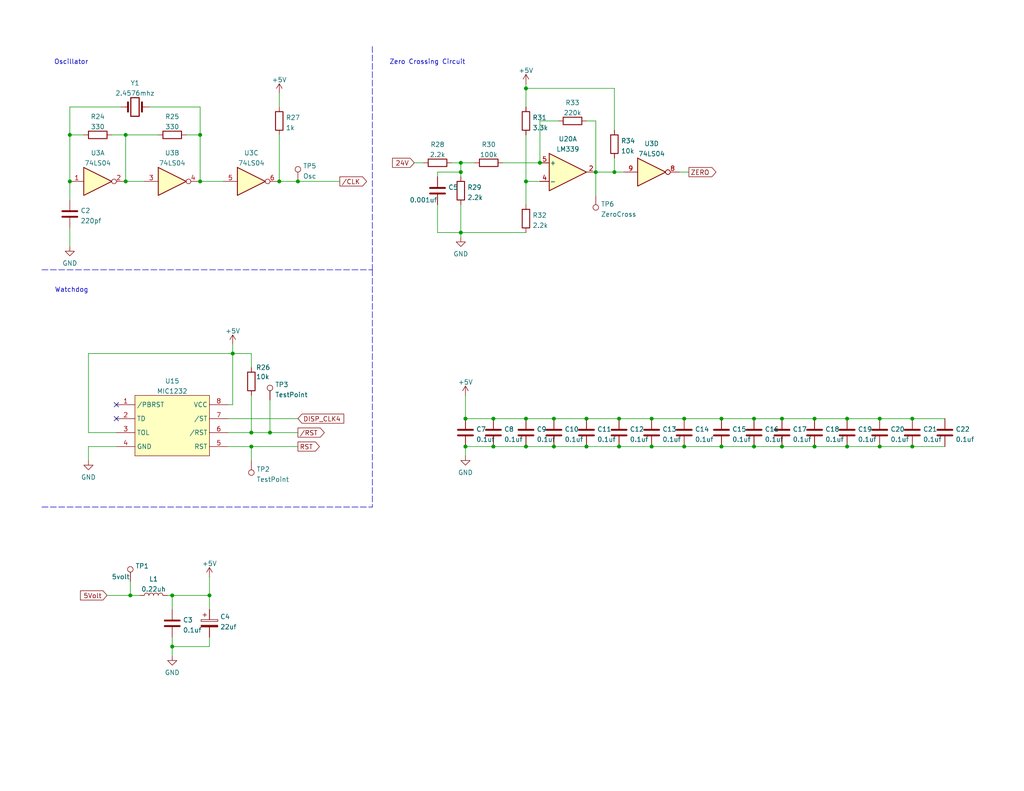
<source format=kicad_sch>
(kicad_sch (version 20211123) (generator eeschema)
  (paper "USLetter")
  (title_block (title "Oscillator, Watchdog, Zero Cross") (date "2022-08-27") (rev "1.5") (company "ePinball") (comment 1 "github.com/jfleitz/gp-mpu"))
  (lib_symbols
    (symbol "74xx:74LS04"
      (property "Reference" "U" (at 0 1.27 0))
      (property "Value" "74LS04" (at 0 -1.27 0))
      (symbol "74LS04_1_0"
        (polyline (pts (xy -3.81 3.81) (xy -3.81 -3.81) (xy 3.81 0) (xy -3.81 3.81)) (stroke (width 0.254)) (fill (type background)))
        (pin input line (at -7.62 0 0) (length 3.81) (name "~") (number "1"))
        (pin output inverted (at 7.62 0 180) (length 3.81) (name "~") (number "2"))
      )
      (symbol "74LS04_2_0"
        (polyline (pts (xy -3.81 3.81) (xy -3.81 -3.81) (xy 3.81 0) (xy -3.81 3.81)) (stroke (width 0.254)) (fill (type background)))
        (pin input line (at -7.62 0 0) (length 3.81) (name "~") (number "3"))
        (pin output inverted (at 7.62 0 180) (length 3.81) (name "~") (number "4"))
      )
      (symbol "74LS04_3_0"
        (polyline (pts (xy -3.81 3.81) (xy -3.81 -3.81) (xy 3.81 0) (xy -3.81 3.81)) (stroke (width 0.254)) (fill (type background)))
        (pin input line (at -7.62 0 0) (length 3.81) (name "~") (number "5"))
        (pin output inverted (at 7.62 0 180) (length 3.81) (name "~") (number "6"))
      )
      (symbol "74LS04_4_0"
        (polyline (pts (xy -3.81 3.81) (xy -3.81 -3.81) (xy 3.81 0) (xy -3.81 3.81)) (stroke (width 0.254)) (fill (type background)))
        (pin output inverted (at 7.62 0 180) (length 3.81) (name "~") (number "8"))
        (pin input line (at -7.62 0 0) (length 3.81) (name "~") (number "9"))
      )
      (symbol "74LS04_5_0"
        (polyline (pts (xy -3.81 3.81) (xy -3.81 -3.81) (xy 3.81 0) (xy -3.81 3.81)) (stroke (width 0.254)) (fill (type background)))
        (pin output inverted (at 7.62 0 180) (length 3.81) (name "~") (number "10"))
        (pin input line (at -7.62 0 0) (length 3.81) (name "~") (number "11"))
      )
      (symbol "74LS04_6_0"
        (polyline (pts (xy -3.81 3.81) (xy -3.81 -3.81) (xy 3.81 0) (xy -3.81 3.81)) (stroke (width 0.254)) (fill (type background)))
        (pin output inverted (at 7.62 0 180) (length 3.81) (name "~") (number "12"))
        (pin input line (at -7.62 0 0) (length 3.81) (name "~") (number "13"))
      )
      (symbol "74LS04_7_0"
        (pin power_in line (at 0 12.7 270) (length 5.08) (name "VCC") (number "14"))
        (pin power_in line (at 0 -12.7 90) (length 5.08) (name "GND") (number "7"))
      )
      (symbol "74LS04_7_1"
        (rectangle (start -5.08 7.62) (end 5.08 -7.62) (stroke (width 0.254)) (fill (type background)))
      )
    )
    (symbol "Comparator:LM339" (pin_names (offset 0.127))
      (property "Reference" "U" (at 0 5.08 0))
      (property "Value" "LM339" (at 0 -5.08 0))
      (symbol "LM339_1_1"
        (polyline (pts (xy -5.08 5.08) (xy 5.08 0) (xy -5.08 -5.08) (xy -5.08 5.08)) (stroke (width 0.254)) (fill (type background)))
        (pin open_collector line (at 7.62 0 180) (length 2.54) (name "~") (number "2"))
        (pin input line (at -7.62 -2.54 0) (length 2.54) (name "-") (number "4"))
        (pin input line (at -7.62 2.54 0) (length 2.54) (name "+") (number "5"))
      )
      (symbol "LM339_2_1"
        (polyline (pts (xy -5.08 5.08) (xy 5.08 0) (xy -5.08 -5.08) (xy -5.08 5.08)) (stroke (width 0.254)) (fill (type background)))
        (pin open_collector line (at 7.62 0 180) (length 2.54) (name "~") (number "1"))
        (pin input line (at -7.62 -2.54 0) (length 2.54) (name "-") (number "6"))
        (pin input line (at -7.62 2.54 0) (length 2.54) (name "+") (number "7"))
      )
      (symbol "LM339_3_1"
        (polyline (pts (xy -5.08 5.08) (xy 5.08 0) (xy -5.08 -5.08) (xy -5.08 5.08)) (stroke (width 0.254)) (fill (type background)))
        (pin input line (at -7.62 -2.54 0) (length 2.54) (name "-") (number "10"))
        (pin input line (at -7.62 2.54 0) (length 2.54) (name "+") (number "11"))
        (pin open_collector line (at 7.62 0 180) (length 2.54) (name "~") (number "13"))
      )
      (symbol "LM339_4_1"
        (polyline (pts (xy -5.08 5.08) (xy 5.08 0) (xy -5.08 -5.08) (xy -5.08 5.08)) (stroke (width 0.254)) (fill (type background)))
        (pin open_collector line (at 7.62 0 180) (length 2.54) (name "~") (number "14"))
        (pin input line (at -7.62 -2.54 0) (length 2.54) (name "-") (number "8"))
        (pin input line (at -7.62 2.54 0) (length 2.54) (name "+") (number "9"))
      )
      (symbol "LM339_5_1"
        (pin power_in line (at -2.54 -7.62 90) (length 3.81) (name "V-") (number "12"))
        (pin power_in line (at -2.54 7.62 270) (length 3.81) (name "V+") (number "3"))
      )
    )
    (symbol "Connector:TestPoint" (pin_numbers hide) (pin_names (offset 0.762) hide)
      (property "Reference" "TP" (at 0 6.858 0))
      (property "Value" "TestPoint" (at 0 5.08 0))
      (symbol "TestPoint_0_1"
        (circle (center 0 3.302) (radius 0.762))
      )
      (symbol "TestPoint_1_1"
        (pin passive line (at 0 0 90) (length 2.54) (name "1") (number "1"))
      )
    )
    (symbol "Device:C" (pin_numbers hide) (pin_names (offset 0.254))
      (property "Reference" "C" (at 0.635 2.54 0))
      (property "Value" "C" (at 0.635 -2.54 0))
      (symbol "C_0_1"
        (polyline (pts (xy -2.032 -0.762) (xy 2.032 -0.762)) (stroke (width 0.508)))
        (polyline (pts (xy -2.032 0.762) (xy 2.032 0.762)) (stroke (width 0.508)))
      )
      (symbol "C_1_1"
        (pin passive line (at 0 3.81 270) (length 2.794) (name "~") (number "1"))
        (pin passive line (at 0 -3.81 90) (length 2.794) (name "~") (number "2"))
      )
    )
    (symbol "Device:CP" (pin_numbers hide) (pin_names (offset 0.254))
      (property "Reference" "C" (at 0.635 2.54 0))
      (property "Value" "CP" (at 0.635 -2.54 0))
      (symbol "CP_0_1"
        (rectangle (start -2.286 0.508) (end 2.286 1.016))
        (polyline (pts (xy -1.778 2.286) (xy -0.762 2.286)))
        (polyline (pts (xy -1.27 2.794) (xy -1.27 1.778)))
        (rectangle (start 2.286 -0.508) (end -2.286 -1.016) (fill (type outline)))
      )
      (symbol "CP_1_1"
        (pin passive line (at 0 3.81 270) (length 2.794) (name "~") (number "1"))
        (pin passive line (at 0 -3.81 90) (length 2.794) (name "~") (number "2"))
      )
    )
    (symbol "Device:Crystal" (pin_numbers hide) (pin_names (offset 1.016) hide)
      (property "Reference" "Y" (at 0 3.81 0))
      (property "Value" "Crystal" (at 0 -3.81 0))
      (symbol "Crystal_0_1"
        (rectangle (start -1.143 2.54) (end 1.143 -2.54) (stroke (width 0.3048)))
        (polyline (pts (xy -2.54 0) (xy -1.905 0)))
        (polyline (pts (xy -1.905 -1.27) (xy -1.905 1.27)) (stroke (width 0.508)))
        (polyline (pts (xy 1.905 -1.27) (xy 1.905 1.27)) (stroke (width 0.508)))
        (polyline (pts (xy 2.54 0) (xy 1.905 0)))
      )
      (symbol "Crystal_1_1"
        (pin passive line (at -3.81 0 0) (length 1.27) (name "1") (number "1"))
        (pin passive line (at 3.81 0 180) (length 1.27) (name "2") (number "2"))
      )
    )
    (symbol "Device:L" (pin_numbers hide) (pin_names (offset 1.016) hide)
      (property "Reference" "L" (at -1.27 0 90))
      (property "Value" "L" (at 1.905 0 90))
      (symbol "L_0_1"
        (arc (start 0 -2.54) (mid 0.635 -1.905) (end 0 -1.27))
        (arc (start 0 -1.27) (mid 0.635 -0.635) (end 0 0))
        (arc (start 0 0) (mid 0.635 0.635) (end 0 1.27))
        (arc (start 0 1.27) (mid 0.635 1.905) (end 0 2.54))
      )
      (symbol "L_1_1"
        (pin passive line (at 0 3.81 270) (length 1.27) (name "1") (number "1"))
        (pin passive line (at 0 -3.81 90) (length 1.27) (name "2") (number "2"))
      )
    )
    (symbol "Device:R" (pin_numbers hide) (pin_names (offset 0))
      (property "Reference" "R" (at 2.032 0 90))
      (property "Value" "R" (at 0 0 90))
      (symbol "R_0_1"
        (rectangle (start -1.016 -2.54) (end 1.016 2.54) (stroke (width 0.254)))
      )
      (symbol "R_1_1"
        (pin passive line (at 0 3.81 270) (length 1.27) (name "~") (number "1"))
        (pin passive line (at 0 -3.81 90) (length 1.27) (name "~") (number "2"))
      )
    )
    (symbol "gp-parts:MIC1232"
      (property "Reference" "U" (at 7.62 3.81 0))
      (property "Value" "MIC1232" (at 11.43 1.27 0))
      (symbol "MIC1232_0_1"
        (rectangle (start 0 0) (end 20.32 -16.51) (stroke (width 0.1524)) (fill (type background)))
      )
      (symbol "MIC1232_1_1"
        (pin input line (at -5.08 -2.54 0) (length 5.08) (name "/PBRST") (number "1"))
        (pin input line (at -5.08 -6.35 0) (length 5.08) (name "TD") (number "2"))
        (pin input line (at -5.08 -10.16 0) (length 5.08) (name "TOL") (number "3"))
        (pin input line (at -5.08 -13.97 0) (length 5.08) (name "GND") (number "4"))
        (pin input line (at 25.4 -13.97 180) (length 5.08) (name "RST") (number "5"))
        (pin input line (at 25.4 -10.16 180) (length 5.08) (name "/RST") (number "6"))
        (pin input line (at 25.4 -6.35 180) (length 5.08) (name "/ST") (number "7"))
        (pin input line (at 25.4 -2.54 180) (length 5.08) (name "VCC") (number "8"))
      )
    )
    (symbol "power:+5V" (power) (pin_names (offset 0))
      (property "Value" "+5V" (at 0 3.556 0))
      (symbol "+5V_0_1"
        (polyline (pts (xy -0.762 1.27) (xy 0 2.54)))
        (polyline (pts (xy 0 0) (xy 0 2.54)))
        (polyline (pts (xy 0 2.54) (xy 0.762 1.27)))
      )
      (symbol "+5V_1_1"
        (pin power_in line (at 0 0 90) (length 0) hide (name "+5V") (number "1"))
      )
    )
    (symbol "power:GND" (power) (pin_names (offset 0))
      (property "Value" "GND" (at 0 -3.81 0))
      (symbol "GND_0_1"
        (polyline (pts (xy 0 0) (xy 0 -1.27) (xy 1.27 -1.27) (xy 0 -2.54) (xy -1.27 -1.27) (xy 0 -1.27)))
      )
      (symbol "GND_1_1"
        (pin power_in line (at 0 0 270) (length 0) hide (name "GND") (number "1"))
      )
    )
  )
  (junction (at 213.36 121.92))
  (junction (at 19.05 36.83))
  (junction (at 19.05 49.53))
  (junction (at 68.58 118.11))
  (junction (at 231.14 114.3))
  (junction (at 186.69 121.92))
  (junction (at 196.85 114.3))
  (junction (at 125.73 63.5))
  (junction (at 196.85 121.92))
  (junction (at 63.5 96.52))
  (junction (at 143.51 121.92))
  (junction (at 177.8 121.92))
  (junction (at 186.69 114.3))
  (junction (at 35.56 162.56))
  (junction (at 134.62 121.92))
  (junction (at 222.25 114.3))
  (junction (at 57.15 162.56))
  (junction (at 248.92 114.3))
  (junction (at 125.73 44.45))
  (junction (at 46.99 176.53))
  (junction (at 76.2 49.53))
  (junction (at 168.91 121.92))
  (junction (at 160.02 121.92))
  (junction (at 73.66 118.11))
  (junction (at 177.8 114.3))
  (junction (at 81.28 49.53))
  (junction (at 54.61 36.83))
  (junction (at 160.02 114.3))
  (junction (at 54.61 49.53))
  (junction (at 168.91 114.3))
  (junction (at 34.29 36.83))
  (junction (at 213.36 114.3))
  (junction (at 46.99 162.56))
  (junction (at 34.29 49.53))
  (junction (at 151.13 114.3))
  (junction (at 205.74 114.3))
  (junction (at 127 114.3))
  (junction (at 248.92 121.92))
  (junction (at 143.51 49.53))
  (junction (at 167.64 46.99))
  (junction (at 240.03 114.3))
  (junction (at 143.51 24.13))
  (junction (at 222.25 121.92))
  (junction (at 127 121.92))
  (junction (at 68.58 121.92))
  (junction (at 205.74 121.92))
  (junction (at 162.56 46.99))
  (junction (at 143.51 114.3))
  (junction (at 134.62 114.3))
  (junction (at 151.13 121.92))
  (junction (at 147.32 44.45))
  (junction (at 125.73 46.99))
  (junction (at 231.14 121.92))
  (junction (at 240.03 121.92))
  (no_connect (at 31.75 110.49))
  (no_connect (at 31.75 114.3))
  (wire (pts (xy 177.8 114.3) (xy 186.69 114.3)))
  (wire (pts (xy 68.58 96.52) (xy 68.58 100.33)))
  (wire (pts (xy 134.62 121.92) (xy 143.51 121.92)))
  (wire (pts (xy 24.13 121.92) (xy 24.13 125.73)))
  (wire (pts (xy 68.58 121.92) (xy 68.58 125.73)))
  (wire (pts (xy 167.64 43.18) (xy 167.64 46.99)))
  (wire (pts (xy 127 121.92) (xy 134.62 121.92)))
  (wire (pts (xy 143.51 36.83) (xy 143.51 49.53)))
  (wire (pts (xy 143.51 24.13) (xy 143.51 29.21)))
  (wire (pts (xy 151.13 121.92) (xy 160.02 121.92)))
  (wire (pts (xy 127 107.95) (xy 127 114.3)))
  (wire (pts (xy 186.69 114.3) (xy 196.85 114.3)))
  (wire (pts (xy 196.85 121.92) (xy 205.74 121.92)))
  (wire (pts (xy 19.05 29.21) (xy 33.02 29.21)))
  (wire (pts (xy 46.99 173.99) (xy 46.99 176.53)))
  (wire (pts (xy 231.14 114.3) (xy 240.03 114.3)))
  (wire (pts (xy 143.51 114.3) (xy 151.13 114.3)))
  (polyline (pts (xy 11.43 138.43) (xy 101.6 138.43)))
  (wire (pts (xy 45.72 162.56) (xy 46.99 162.56)))
  (wire (pts (xy 168.91 121.92) (xy 177.8 121.92)))
  (wire (pts (xy 46.99 162.56) (xy 46.99 166.37)))
  (polyline (pts (xy 101.6 73.66) (xy 101.6 138.43)))
  (wire (pts (xy 186.69 121.92) (xy 196.85 121.92)))
  (wire (pts (xy 119.38 46.99) (xy 125.73 46.99)))
  (wire (pts (xy 63.5 96.52) (xy 68.58 96.52)))
  (wire (pts (xy 54.61 36.83) (xy 54.61 29.21)))
  (wire (pts (xy 240.03 114.3) (xy 248.92 114.3)))
  (wire (pts (xy 162.56 33.02) (xy 162.56 46.99)))
  (wire (pts (xy 34.29 36.83) (xy 43.18 36.83)))
  (wire (pts (xy 63.5 93.98) (xy 63.5 96.52)))
  (wire (pts (xy 119.38 48.26) (xy 119.38 46.99)))
  (wire (pts (xy 143.51 121.92) (xy 151.13 121.92)))
  (wire (pts (xy 222.25 114.3) (xy 231.14 114.3)))
  (wire (pts (xy 127 121.92) (xy 127 124.46)))
  (wire (pts (xy 196.85 114.3) (xy 205.74 114.3)))
  (wire (pts (xy 213.36 114.3) (xy 222.25 114.3)))
  (wire (pts (xy 177.8 121.92) (xy 186.69 121.92)))
  (wire (pts (xy 143.51 22.86) (xy 143.51 24.13)))
  (wire (pts (xy 76.2 25.4) (xy 76.2 29.21)))
  (wire (pts (xy 119.38 63.5) (xy 119.38 55.88)))
  (wire (pts (xy 222.25 121.92) (xy 231.14 121.92)))
  (wire (pts (xy 73.66 109.22) (xy 73.66 118.11)))
  (wire (pts (xy 24.13 96.52) (xy 63.5 96.52)))
  (wire (pts (xy 81.28 49.53) (xy 92.71 49.53)))
  (wire (pts (xy 19.05 49.53) (xy 19.05 36.83)))
  (wire (pts (xy 160.02 121.92) (xy 168.91 121.92)))
  (wire (pts (xy 167.64 46.99) (xy 170.18 46.99)))
  (polyline (pts (xy 101.6 12.7) (xy 101.6 73.66)))
  (wire (pts (xy 231.14 121.92) (xy 240.03 121.92)))
  (wire (pts (xy 31.75 121.92) (xy 24.13 121.92)))
  (wire (pts (xy 248.92 121.92) (xy 257.81 121.92)))
  (wire (pts (xy 35.56 162.56) (xy 38.1 162.56)))
  (wire (pts (xy 168.91 114.3) (xy 177.8 114.3)))
  (wire (pts (xy 147.32 44.45) (xy 147.32 33.02)))
  (wire (pts (xy 62.23 110.49) (xy 63.5 110.49)))
  (wire (pts (xy 240.03 121.92) (xy 248.92 121.92)))
  (wire (pts (xy 134.62 114.3) (xy 143.51 114.3)))
  (wire (pts (xy 19.05 62.23) (xy 19.05 67.31)))
  (wire (pts (xy 31.75 118.11) (xy 24.13 118.11)))
  (wire (pts (xy 125.73 46.99) (xy 125.73 48.26)))
  (wire (pts (xy 160.02 114.3) (xy 168.91 114.3)))
  (wire (pts (xy 62.23 114.3) (xy 81.28 114.3)))
  (wire (pts (xy 123.19 44.45) (xy 125.73 44.45)))
  (wire (pts (xy 125.73 44.45) (xy 129.54 44.45)))
  (wire (pts (xy 46.99 176.53) (xy 46.99 179.07)))
  (wire (pts (xy 127 114.3) (xy 134.62 114.3)))
  (wire (pts (xy 125.73 63.5) (xy 119.38 63.5)))
  (wire (pts (xy 143.51 24.13) (xy 167.64 24.13)))
  (wire (pts (xy 34.29 49.53) (xy 39.37 49.53)))
  (wire (pts (xy 68.58 118.11) (xy 73.66 118.11)))
  (wire (pts (xy 57.15 157.48) (xy 57.15 162.56)))
  (wire (pts (xy 73.66 118.11) (xy 81.28 118.11)))
  (wire (pts (xy 143.51 49.53) (xy 143.51 55.88)))
  (wire (pts (xy 143.51 63.5) (xy 125.73 63.5)))
  (wire (pts (xy 50.8 36.83) (xy 54.61 36.83)))
  (wire (pts (xy 143.51 49.53) (xy 147.32 49.53)))
  (wire (pts (xy 57.15 176.53) (xy 57.15 173.99)))
  (wire (pts (xy 162.56 46.99) (xy 167.64 46.99)))
  (wire (pts (xy 54.61 36.83) (xy 54.61 49.53)))
  (wire (pts (xy 160.02 33.02) (xy 162.56 33.02)))
  (wire (pts (xy 151.13 114.3) (xy 160.02 114.3)))
  (wire (pts (xy 19.05 49.53) (xy 19.05 54.61)))
  (wire (pts (xy 57.15 162.56) (xy 57.15 166.37)))
  (wire (pts (xy 19.05 36.83) (xy 22.86 36.83)))
  (wire (pts (xy 19.05 36.83) (xy 19.05 29.21)))
  (wire (pts (xy 147.32 33.02) (xy 152.4 33.02)))
  (wire (pts (xy 167.64 24.13) (xy 167.64 35.56)))
  (wire (pts (xy 213.36 121.92) (xy 222.25 121.92)))
  (wire (pts (xy 62.23 121.92) (xy 68.58 121.92)))
  (wire (pts (xy 46.99 162.56) (xy 57.15 162.56)))
  (wire (pts (xy 137.16 44.45) (xy 147.32 44.45)))
  (wire (pts (xy 30.48 36.83) (xy 34.29 36.83)))
  (wire (pts (xy 162.56 46.99) (xy 162.56 53.34)))
  (wire (pts (xy 205.74 121.92) (xy 213.36 121.92)))
  (wire (pts (xy 68.58 107.95) (xy 68.58 118.11)))
  (wire (pts (xy 76.2 49.53) (xy 81.28 49.53)))
  (wire (pts (xy 34.29 36.83) (xy 34.29 49.53)))
  (wire (pts (xy 54.61 49.53) (xy 60.96 49.53)))
  (wire (pts (xy 35.56 158.75) (xy 35.56 162.56)))
  (wire (pts (xy 24.13 118.11) (xy 24.13 96.52)))
  (polyline (pts (xy 11.43 73.66) (xy 101.6 73.66)))
  (wire (pts (xy 29.21 162.56) (xy 35.56 162.56)))
  (wire (pts (xy 248.92 114.3) (xy 257.81 114.3)))
  (wire (pts (xy 125.73 44.45) (xy 125.73 46.99)))
  (wire (pts (xy 63.5 96.52) (xy 63.5 110.49)))
  (wire (pts (xy 125.73 63.5) (xy 125.73 55.88)))
  (wire (pts (xy 62.23 118.11) (xy 68.58 118.11)))
  (wire (pts (xy 76.2 36.83) (xy 76.2 49.53)))
  (wire (pts (xy 125.73 63.5) (xy 125.73 64.77)))
  (wire (pts (xy 205.74 114.3) (xy 213.36 114.3)))
  (wire (pts (xy 46.99 176.53) (xy 57.15 176.53)))
  (wire (pts (xy 54.61 29.21) (xy 40.64 29.21)))
  (wire (pts (xy 185.42 46.99) (xy 187.96 46.99)))
  (wire (pts (xy 68.58 121.92) (xy 81.28 121.92)))
  (wire (pts (xy 113.03 44.45) (xy 115.57 44.45)))
  (text "Oscillator" (at 24.13 17.78 180) (effects (font (size 1.27 1.27)) (justify right bottom)))
  (text "Watchdog" (at 24.13 80.01 180) (effects (font (size 1.27 1.27)) (justify right bottom)))
  (text "Zero Crossing Circuit" (at 127 17.78 180) (effects (font (size 1.27 1.27)) (justify right bottom)))
  (global_label "{slash}RST" (shape output) (at 81.28 118.11 0) (property "Intersheet References" "${INTERSHEET_REFS}" (effects hide)))
  (global_label "{slash}CLK" (shape output) (at 92.71 49.53 0) (property "Intersheet References" "${INTERSHEET_REFS}" (effects hide)))
  (global_label "RST" (shape output) (at 81.28 121.92 0) (property "Intersheet References" "${INTERSHEET_REFS}" (effects hide)))
  (global_label "DISP_CLK4" (shape input) (at 81.28 114.3 0) (property "Intersheet References" "${INTERSHEET_REFS}" (effects hide)))
  (global_label "5Volt" (shape input) (at 29.21 162.56 180) (property "Intersheet References" "${INTERSHEET_REFS}" (effects hide)))
  (global_label "ZERO" (shape output) (at 187.96 46.99 0) (property "Intersheet References" "${INTERSHEET_REFS}" (effects hide)))
  (global_label "24V" (shape input) (at 113.03 44.45 180) (property "Intersheet References" "${INTERSHEET_REFS}" (effects hide)))
  (symbol (lib_id "Device:R") (at 76.2 33.02 0) (unit 1)
    (property "Reference" "R27" (at 77.978 32.1115 0) (effects (justify left)))
    (property "Value" "1k" (at 77.978 34.8866 0) (effects (justify left)))
    (property "Footprint" "Resistor_THT:R_Axial_DIN0207_L6.3mm_D2.5mm_P10.16mm_Horizontal" (effects hide))
  )
  (symbol (lib_id "Device:R") (at 119.38 44.45 270) (unit 1)
    (property "Reference" "R28" (at 119.38 39.4675 90))
    (property "Value" "2.2k" (at 119.38 42.2426 90))
    (property "Footprint" "Resistor_THT:R_Axial_DIN0207_L6.3mm_D2.5mm_P10.16mm_Horizontal" (effects hide))
  )
  (symbol (lib_id "Device:C") (at 19.05 58.42 0) (unit 1)
    (property "Reference" "C2" (at 21.971 57.5115 0) (effects (justify left)))
    (property "Value" "220pf" (at 21.971 60.2866 0) (effects (justify left)))
    (property "Footprint" "Capacitor_THT:C_Disc_D5.0mm_W2.5mm_P2.50mm" (effects hide))
  )
  (symbol (lib_id "Device:C") (at 177.8 118.11 0) (unit 1)
    (property "Reference" "C13" (at 180.721 117.2015 0) (effects (justify left)))
    (property "Value" "0.1uf" (at 180.721 119.9766 0) (effects (justify left)))
    (property "Footprint" "Capacitor_THT:C_Disc_D5.0mm_W2.5mm_P5.00mm" (effects hide))
  )
  (symbol (lib_id "Connector:TestPoint") (at 35.56 158.75 0) (unit 1)
    (property "Reference" "TP1" (at 36.957 154.5395 0) (effects (justify left)))
    (property "Value" "5volt" (at 30.48 157.48 0) (effects (justify left)))
    (property "Footprint" "TestPoint:TestPoint_Pad_D3.0mm" (effects hide))
  )
  (symbol (lib_id "Device:R") (at 143.51 33.02 0) (unit 1)
    (property "Reference" "R31" (at 145.288 32.1115 0) (effects (justify left)))
    (property "Value" "3.3k" (at 145.288 34.8866 0) (effects (justify left)))
    (property "Footprint" "Resistor_THT:R_Axial_DIN0207_L6.3mm_D2.5mm_P10.16mm_Horizontal" (effects hide))
  )
  (symbol (lib_id "Device:C") (at 186.69 118.11 0) (unit 1)
    (property "Reference" "C14" (at 189.611 117.2015 0) (effects (justify left)))
    (property "Value" "0.1uf" (at 189.611 119.9766 0) (effects (justify left)))
    (property "Footprint" "Capacitor_THT:C_Disc_D5.0mm_W2.5mm_P5.00mm" (effects hide))
  )
  (symbol (lib_id "Device:CP") (at 57.15 170.18 0) (unit 1)
    (property "Reference" "C4" (at 60.071 168.3825 0) (effects (justify left)))
    (property "Value" "22uf" (at 60.071 171.1576 0) (effects (justify left)))
    (property "Footprint" "Capacitor_THT:CP_Radial_D5.0mm_P2.50mm" (effects hide))
  )
  (symbol (lib_id "Device:R") (at 143.51 59.69 180) (unit 1)
    (property "Reference" "R32" (at 145.288 58.7815 0) (effects (justify right)))
    (property "Value" "2.2k" (at 145.288 61.5566 0) (effects (justify right)))
    (property "Footprint" "Resistor_THT:R_Axial_DIN0207_L6.3mm_D2.5mm_P10.16mm_Horizontal" (effects hide))
  )
  (symbol (lib_id "Connector:TestPoint") (at 162.56 53.34 180) (unit 1)
    (property "Reference" "TP6" (at 163.957 55.7335 0) (effects (justify right)))
    (property "Value" "ZeroCross" (at 163.957 58.5086 0) (effects (justify right)))
    (property "Footprint" "TestPoint:TestPoint_Pad_D3.0mm" (effects hide))
  )
  (symbol (lib_id "Device:R") (at 26.67 36.83 90) (unit 1)
    (property "Reference" "R24" (at 26.67 31.8475 90))
    (property "Value" "330" (at 26.67 34.6226 90))
    (property "Footprint" "Resistor_THT:R_Axial_DIN0207_L6.3mm_D2.5mm_P10.16mm_Horizontal" (effects hide))
  )
  (symbol (lib_id "Device:C") (at 248.92 118.11 0) (unit 1)
    (property "Reference" "C21" (at 251.841 117.2015 0) (effects (justify left)))
    (property "Value" "0.1uf" (at 251.841 119.9766 0) (effects (justify left)))
    (property "Footprint" "Capacitor_THT:C_Disc_D5.0mm_W2.5mm_P5.00mm" (effects hide))
  )
  (symbol (lib_id "Device:Crystal") (at 36.83 29.21 0) (unit 1)
    (property "Reference" "Y1" (at 36.83 22.6781 0))
    (property "Value" "2.4576mhz" (at 36.83 25.4532 0))
    (property "Footprint" "Crystal:Crystal_HC18-U_Horizontal" (effects hide))
  )
  (symbol (lib_id "Device:C") (at 134.62 118.11 0) (unit 1)
    (property "Reference" "C8" (at 137.541 117.2015 0) (effects (justify left)))
    (property "Value" "0.1uf" (at 137.541 119.9766 0) (effects (justify left)))
    (property "Footprint" "Capacitor_THT:C_Disc_D5.0mm_W2.5mm_P5.00mm" (effects hide))
  )
  (symbol (lib_id "power:+5V") (at 127 107.95 0) (unit 1)
    (property "Reference" "#PWR057" (effects hide))
    (property "Value" "+5V" (at 127 104.3455 0))
  )
  (symbol (lib_id "Device:C") (at 231.14 118.11 0) (unit 1)
    (property "Reference" "C19" (at 234.061 117.2015 0) (effects (justify left)))
    (property "Value" "0.1uf" (at 234.061 119.9766 0) (effects (justify left)))
    (property "Footprint" "Capacitor_THT:C_Disc_D5.0mm_W2.5mm_P5.00mm" (effects hide))
  )
  (symbol (lib_id "power:+5V") (at 57.15 157.48 0) (unit 1)
    (property "Reference" "#PWR032" (effects hide))
    (property "Value" "+5V" (at 57.15 153.8755 0))
  )
  (symbol (lib_id "power:+5V") (at 76.2 25.4 0) (unit 1)
    (property "Reference" "#PWR034" (effects hide))
    (property "Value" "+5V" (at 76.2 21.7955 0))
  )
  (symbol (lib_id "Device:R") (at 167.64 39.37 0) (unit 1)
    (property "Reference" "R34" (at 169.418 38.4615 0) (effects (justify left)))
    (property "Value" "10k" (at 169.418 41.2366 0) (effects (justify left)))
    (property "Footprint" "Resistor_THT:R_Axial_DIN0207_L6.3mm_D2.5mm_P10.16mm_Horizontal" (effects hide))
  )
  (symbol (lib_id "Device:C") (at 205.74 118.11 0) (unit 1)
    (property "Reference" "C16" (at 208.661 117.2015 0) (effects (justify left)))
    (property "Value" "0.1uf" (at 208.661 119.9766 0) (effects (justify left)))
    (property "Footprint" "Capacitor_THT:C_Disc_D5.0mm_W2.5mm_P5.00mm" (effects hide))
  )
  (symbol (lib_id "Device:R") (at 125.73 52.07 0) (unit 1)
    (property "Reference" "R29" (at 127.508 51.1615 0) (effects (justify left)))
    (property "Value" "2.2k" (at 127.508 53.9366 0) (effects (justify left)))
    (property "Footprint" "Resistor_THT:R_Axial_DIN0207_L6.3mm_D2.5mm_P10.16mm_Horizontal" (effects hide))
  )
  (symbol (lib_id "power:+5V") (at 143.51 22.86 0) (unit 1)
    (property "Reference" "#PWR036" (effects hide))
    (property "Value" "+5V" (at 143.51 19.2555 0))
  )
  (symbol (lib_id "Device:C") (at 160.02 118.11 0) (unit 1)
    (property "Reference" "C11" (at 162.941 117.2015 0) (effects (justify left)))
    (property "Value" "0.1uf" (at 162.941 119.9766 0) (effects (justify left)))
    (property "Footprint" "Capacitor_THT:C_Disc_D5.0mm_W2.5mm_P5.00mm" (effects hide))
  )
  (symbol (lib_id "Comparator:LM339") (at 154.94 46.99 0) (unit 1)
    (property "Reference" "U20" (at 154.94 37.9435 0))
    (property "Value" "LM339" (at 154.94 40.7186 0))
    (property "Footprint" "Package_DIP:DIP-14_W7.62mm_LongPads" (effects hide))
    (property "Datasheet" "https://www.st.com/resource/en/datasheet/lm139.pdf" (effects hide))
  )
  (symbol (lib_id "Device:C") (at 213.36 118.11 0) (unit 1)
    (property "Reference" "C17" (at 216.281 117.2015 0) (effects (justify left)))
    (property "Value" "0.1uf" (at 216.281 119.9766 0) (effects (justify left)))
    (property "Footprint" "Capacitor_THT:C_Disc_D5.0mm_W2.5mm_P5.00mm" (effects hide))
  )
  (symbol (lib_id "74xx:74LS04") (at 68.58 49.53 0) (unit 3)
    (property "Reference" "U3" (at 68.58 41.7535 0))
    (property "Value" "74LS04" (at 68.58 44.5286 0))
    (property "Footprint" "Package_DIP:DIP-14_W7.62mm_LongPads" (effects hide))
    (property "Datasheet" "http://www.ti.com/lit/gpn/sn74LS04" (effects hide))
  )
  (symbol (lib_id "Device:C") (at 151.13 118.11 0) (unit 1)
    (property "Reference" "C10" (at 154.051 117.2015 0) (effects (justify left)))
    (property "Value" "0.1uf" (at 154.051 119.9766 0) (effects (justify left)))
    (property "Footprint" "Capacitor_THT:C_Disc_D5.0mm_W2.5mm_P5.00mm" (effects hide))
  )
  (symbol (lib_id "Device:C") (at 257.81 118.11 0) (unit 1)
    (property "Reference" "C22" (at 260.731 117.2015 0) (effects (justify left)))
    (property "Value" "0.1uf" (at 260.731 119.9766 0) (effects (justify left)))
    (property "Footprint" "Capacitor_THT:C_Disc_D5.0mm_W2.5mm_P5.00mm" (effects hide))
  )
  (symbol (lib_id "Device:C") (at 143.51 118.11 0) (unit 1)
    (property "Reference" "C9" (at 146.431 117.2015 0) (effects (justify left)))
    (property "Value" "0.1uf" (at 146.431 119.9766 0) (effects (justify left)))
    (property "Footprint" "Capacitor_THT:C_Disc_D5.0mm_W2.5mm_P5.00mm" (effects hide))
  )
  (symbol (lib_id "power:GND") (at 24.13 125.73 0) (unit 1)
    (property "Reference" "#PWR030" (effects hide))
    (property "Value" "GND" (at 24.13 130.2925 0))
  )
  (symbol (lib_id "power:GND") (at 127 124.46 0) (unit 1)
    (property "Reference" "#PWR058" (effects hide))
    (property "Value" "GND" (at 127 129.0225 0))
  )
  (symbol (lib_id "Device:L") (at 41.91 162.56 90) (unit 1)
    (property "Reference" "L1" (at 41.91 158.0855 90))
    (property "Value" "0.22uh" (at 41.91 160.8606 90))
    (property "Footprint" "Inductor_THT:L_Axial_L5.3mm_D2.2mm_P10.16mm_Horizontal_Vishay_IM-1" (effects hide))
  )
  (symbol (lib_id "Device:C") (at 240.03 118.11 0) (unit 1)
    (property "Reference" "C20" (at 242.951 117.2015 0) (effects (justify left)))
    (property "Value" "0.1uf" (at 242.951 119.9766 0) (effects (justify left)))
    (property "Footprint" "Capacitor_THT:C_Disc_D5.0mm_W2.5mm_P5.00mm" (effects hide))
  )
  (symbol (lib_id "74xx:74LS04") (at 26.67 49.53 0) (unit 1)
    (property "Reference" "U3" (at 26.67 41.7535 0))
    (property "Value" "74LS04" (at 26.67 44.5286 0))
    (property "Footprint" "Package_DIP:DIP-14_W7.62mm_LongPads" (effects hide))
    (property "Datasheet" "http://www.ti.com/lit/gpn/sn74LS04" (effects hide))
  )
  (symbol (lib_id "power:GND") (at 125.73 64.77 0) (unit 1)
    (property "Reference" "#PWR035" (effects hide))
    (property "Value" "GND" (at 125.73 69.3325 0))
  )
  (symbol (lib_id "Connector:TestPoint") (at 68.58 125.73 180) (unit 1)
    (property "Reference" "TP2" (at 69.977 128.1235 0) (effects (justify right)))
    (property "Value" "TestPoint" (at 69.977 130.8986 0) (effects (justify right)))
    (property "Footprint" "TestPoint:TestPoint_Pad_D3.0mm" (effects hide))
  )
  (symbol (lib_id "74xx:74LS04") (at 177.8 46.99 0) (unit 4)
    (property "Reference" "U3" (at 177.8 39.2135 0))
    (property "Value" "74LS04" (at 177.8 41.9886 0))
    (property "Footprint" "Package_DIP:DIP-14_W7.62mm_LongPads" (effects hide))
    (property "Datasheet" "http://www.ti.com/lit/gpn/sn74LS04" (effects hide))
  )
  (symbol (lib_id "Device:C") (at 119.38 52.07 0) (unit 1)
    (property "Reference" "C5" (at 122.301 51.1615 0) (effects (justify left)))
    (property "Value" "0.001uf" (at 111.76 54.61 0) (effects (justify left)))
    (property "Footprint" "Capacitor_THT:C_Disc_D5.0mm_W2.5mm_P5.00mm" (effects hide))
  )
  (symbol (lib_id "Device:C") (at 46.99 170.18 0) (unit 1)
    (property "Reference" "C3" (at 49.911 169.2715 0) (effects (justify left)))
    (property "Value" "0.1uf" (at 49.911 172.0466 0) (effects (justify left)))
    (property "Footprint" "Capacitor_THT:C_Disc_D5.0mm_W2.5mm_P5.00mm" (effects hide))
  )
  (symbol (lib_id "Device:R") (at 133.35 44.45 90) (unit 1)
    (property "Reference" "R30" (at 133.35 39.4675 90))
    (property "Value" "100k" (at 133.35 42.2426 90))
    (property "Footprint" "Resistor_THT:R_Axial_DIN0207_L6.3mm_D2.5mm_P10.16mm_Horizontal" (effects hide))
  )
  (symbol (lib_id "Device:R") (at 68.58 104.14 0) (unit 1)
    (property "Reference" "R26" (at 69.85 100.33 0) (effects (justify left)))
    (property "Value" "10k" (at 69.85 102.87 0) (effects (justify left)))
    (property "Footprint" "Resistor_THT:R_Axial_DIN0207_L6.3mm_D2.5mm_P10.16mm_Horizontal" (effects hide))
  )
  (symbol (lib_id "Device:C") (at 222.25 118.11 0) (unit 1)
    (property "Reference" "C18" (at 225.171 117.2015 0) (effects (justify left)))
    (property "Value" "0.1uf" (at 225.171 119.9766 0) (effects (justify left)))
    (property "Footprint" "Capacitor_THT:C_Disc_D5.0mm_W2.5mm_P5.00mm" (effects hide))
  )
  (symbol (lib_id "Device:C") (at 168.91 118.11 0) (unit 1)
    (property "Reference" "C12" (at 171.831 117.2015 0) (effects (justify left)))
    (property "Value" "0.1uf" (at 171.831 119.9766 0) (effects (justify left)))
    (property "Footprint" "Capacitor_THT:C_Disc_D5.0mm_W2.5mm_P5.00mm" (effects hide))
  )
  (symbol (lib_id "Connector:TestPoint") (at 73.66 109.22 0) (unit 1)
    (property "Reference" "TP3" (at 75.057 105.0095 0) (effects (justify left)))
    (property "Value" "TestPoint" (at 75.057 107.7846 0) (effects (justify left)))
    (property "Footprint" "TestPoint:TestPoint_Pad_D3.0mm" (effects hide))
  )
  (symbol (lib_id "power:+5V") (at 63.5 93.98 0) (unit 1)
    (property "Reference" "#PWR033" (effects hide))
    (property "Value" "+5V" (at 63.5 90.3755 0))
  )
  (symbol (lib_id "gp-parts:MIC1232") (at 36.83 107.95 0) (unit 1)
    (property "Reference" "U15" (at 46.99 104.0343 0))
    (property "Value" "MIC1232" (at 46.99 106.8094 0))
    (property "Footprint" "Package_DIP:DIP-8_W7.62mm_LongPads" (effects hide))
  )
  (symbol (lib_id "74xx:74LS04") (at 46.99 49.53 0) (unit 2)
    (property "Reference" "U3" (at 46.99 41.7535 0))
    (property "Value" "74LS04" (at 46.99 44.5286 0))
    (property "Footprint" "Package_DIP:DIP-14_W7.62mm_LongPads" (effects hide))
    (property "Datasheet" "http://www.ti.com/lit/gpn/sn74LS04" (effects hide))
  )
  (symbol (lib_id "Device:C") (at 196.85 118.11 0) (unit 1)
    (property "Reference" "C15" (at 199.771 117.2015 0) (effects (justify left)))
    (property "Value" "0.1uf" (at 199.771 119.9766 0) (effects (justify left)))
    (property "Footprint" "Capacitor_THT:C_Disc_D5.0mm_W2.5mm_P5.00mm" (effects hide))
  )
  (symbol (lib_id "power:GND") (at 19.05 67.31 0) (unit 1)
    (property "Reference" "#PWR029" (effects hide))
    (property "Value" "GND" (at 19.05 71.8725 0))
  )
  (symbol (lib_id "power:GND") (at 46.99 179.07 0) (unit 1)
    (property "Reference" "#PWR031" (effects hide))
    (property "Value" "GND" (at 46.99 183.6325 0))
  )
  (symbol (lib_id "Device:R") (at 46.99 36.83 90) (unit 1)
    (property "Reference" "R25" (at 46.99 31.8475 90))
    (property "Value" "330" (at 46.99 34.6226 90))
    (property "Footprint" "Resistor_THT:R_Axial_DIN0207_L6.3mm_D2.5mm_P10.16mm_Horizontal" (effects hide))
  )
  (symbol (lib_id "Connector:TestPoint") (at 81.28 49.53 0) (unit 1)
    (property "Reference" "TP5" (at 82.677 45.3195 0) (effects (justify left)))
    (property "Value" "Osc" (at 82.677 48.0946 0) (effects (justify left)))
    (property "Footprint" "TestPoint:TestPoint_Pad_D3.0mm" (effects hide))
  )
  (symbol (lib_id "Device:R") (at 156.21 33.02 90) (unit 1)
    (property "Reference" "R33" (at 156.21 28.0375 90))
    (property "Value" "220k" (at 156.21 30.8126 90))
    (property "Footprint" "Resistor_THT:R_Axial_DIN0207_L6.3mm_D2.5mm_P10.16mm_Horizontal" (effects hide))
  )
  (symbol (lib_id "Device:C") (at 127 118.11 0) (unit 1)
    (property "Reference" "C7" (at 129.921 117.2015 0) (effects (justify left)))
    (property "Value" "0.1uf" (at 129.921 119.9766 0) (effects (justify left)))
    (property "Footprint" "Capacitor_THT:C_Disc_D5.0mm_W2.5mm_P5.00mm" (effects hide))
  )
)
</source>
